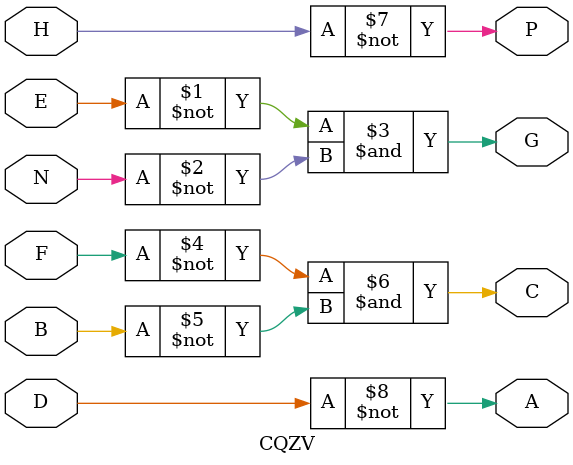
<source format=v>
module CQZV ( E, N, G, F, B, C, H, P, D, A );
//            T  x  U  T  x  U  T  U  T  U
  input E, N, F, B, H, D;
  output G, C, P, A;

  // CTDL one way PNP: C
  // Drawing 729840, production drawing 371271

  // Down input transistor on output up
  // Up input transistor off output down
  // Inputs on extender card down in coincidence with down input on card
  //   for up output
  // Max Delay usec
  //  turn on        0.80
  //  turn off       0.80

  assign G = ~E & ~N;
  assign C = ~F & ~B;
  assign P = ~H;
  assign A = ~D;

endmodule

</source>
